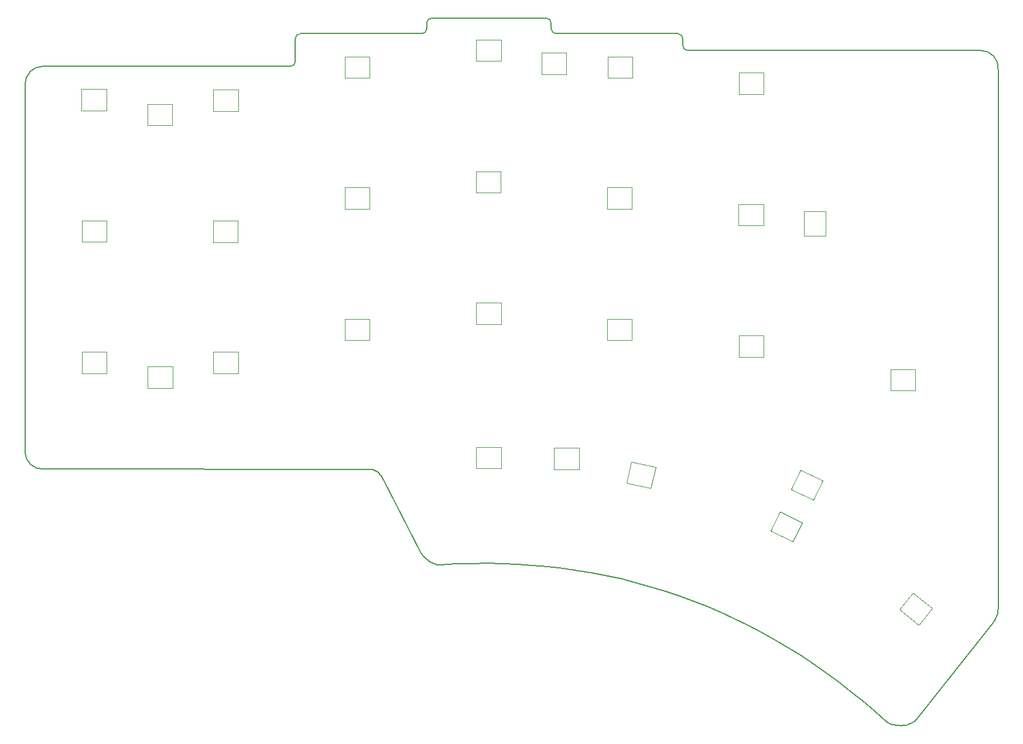
<source format=gm1>
G04 #@! TF.GenerationSoftware,KiCad,Pcbnew,7.0.8*
G04 #@! TF.CreationDate,2023-11-01T04:13:04+08:00*
G04 #@! TF.ProjectId,owl,6f776c2e-6b69-4636-9164-5f7063625858,rev?*
G04 #@! TF.SameCoordinates,Original*
G04 #@! TF.FileFunction,Profile,NP*
%FSLAX46Y46*%
G04 Gerber Fmt 4.6, Leading zero omitted, Abs format (unit mm)*
G04 Created by KiCad (PCBNEW 7.0.8) date 2023-11-01 04:13:04*
%MOMM*%
%LPD*%
G01*
G04 APERTURE LIST*
G04 #@! TA.AperFunction,Profile*
%ADD10C,0.200000*%
G04 #@! TD*
%ADD11C,0.200000*%
G04 #@! TA.AperFunction,Profile*
%ADD12C,0.120000*%
G04 #@! TD*
G04 APERTURE END LIST*
D10*
X77074850Y-57775222D02*
X112886402Y-57775222D01*
X114311250Y-53050822D02*
X131860202Y-53050822D01*
X74509450Y-113628598D02*
X74509450Y-60340622D01*
D11*
X124036910Y-116044138D02*
X124245926Y-116046252D01*
X124446124Y-116063909D01*
X124729888Y-116118068D01*
X124993814Y-116203422D01*
X125237903Y-116317706D01*
X125462159Y-116458655D01*
X125666582Y-116624005D01*
X125851174Y-116811491D01*
X126015938Y-117018847D01*
X126160874Y-117243810D01*
X126285986Y-117484114D01*
X126323285Y-117567234D01*
D10*
X133285050Y-50808926D02*
G75*
G03*
X132572626Y-51521358I50J-712474D01*
G01*
X215213091Y-58261195D02*
G75*
G03*
X212688814Y-55478956I-2516791J252795D01*
G01*
X131860202Y-53050826D02*
G75*
G03*
X132572626Y-52338398I-2J712426D01*
G01*
X151293650Y-53048374D02*
X168893402Y-53048374D01*
X112886402Y-57775226D02*
G75*
G03*
X113598826Y-57062798I-2J712426D01*
G01*
X170318250Y-55478956D02*
X212688814Y-55478956D01*
X150581226Y-51521358D02*
X150581226Y-52335950D01*
X169605826Y-53760798D02*
G75*
G03*
X168893402Y-53048374I-712326J98D01*
G01*
X214461285Y-138268234D02*
X203503725Y-152151874D01*
X124036910Y-116044138D02*
X77135906Y-116023793D01*
D11*
X199070000Y-152570000D02*
X199287655Y-152720015D01*
X199477480Y-152817643D01*
X199686233Y-152902344D01*
X199910442Y-152973965D01*
X200146635Y-153032352D01*
X200391338Y-153077353D01*
X200641080Y-153108815D01*
X200892388Y-153126585D01*
X201141791Y-153130510D01*
X201385815Y-153120436D01*
X201465361Y-153113942D01*
D10*
X113598826Y-57062798D02*
X113598826Y-53763246D01*
D11*
X199070000Y-152570000D02*
X197357310Y-151040564D01*
X195621790Y-149563046D01*
X193863766Y-148137545D01*
X192083564Y-146764161D01*
X190281512Y-145442994D01*
X188457935Y-144174144D01*
X186613162Y-142957712D01*
X184747519Y-141793796D01*
X182861332Y-140682496D01*
X180954928Y-139623913D01*
X179028635Y-138618147D01*
X177082778Y-137665297D01*
X175117685Y-136765464D01*
X173133682Y-135918746D01*
X171131097Y-135125245D01*
X169110255Y-134385060D01*
X167071484Y-133698291D01*
X165015110Y-133065037D01*
X162941461Y-132485399D01*
X160850863Y-131959477D01*
X158743642Y-131487370D01*
X156620126Y-131069179D01*
X154480641Y-130705003D01*
X152325514Y-130394942D01*
X150155072Y-130139097D01*
X147969642Y-129937566D01*
X145769550Y-129790450D01*
X143555124Y-129697849D01*
X141326689Y-129659863D01*
X139084573Y-129676591D01*
X136829102Y-129748134D01*
X134560604Y-129874592D01*
D10*
X169605826Y-53760798D02*
X169605826Y-54766532D01*
X150581226Y-52335950D02*
G75*
G03*
X151293650Y-53048374I712474J50D01*
G01*
D11*
X201465361Y-153113942D02*
X201696712Y-153086269D01*
X201917266Y-153046708D01*
X202127878Y-152994896D01*
X202329402Y-152930471D01*
X202522693Y-152853069D01*
X202708604Y-152762330D01*
X202887991Y-152657890D01*
X203061707Y-152539388D01*
X203230607Y-152406460D01*
X203395545Y-152258745D01*
X203503725Y-152151874D01*
D10*
X215213125Y-88384798D02*
X215213125Y-58261198D01*
X126323285Y-117567234D02*
X131657285Y-127981234D01*
X215213125Y-136056798D02*
X215213125Y-88384798D01*
X169605844Y-54766532D02*
G75*
G03*
X170318250Y-55478956I712456J32D01*
G01*
X74509507Y-113628595D02*
G75*
G03*
X77135906Y-116023793I2510793J115595D01*
G01*
X132572626Y-52338398D02*
X132572626Y-51521358D01*
D11*
X131654875Y-127983644D02*
X131768875Y-128155071D01*
X131894790Y-128328211D01*
X132031998Y-128501176D01*
X132179878Y-128672077D01*
X132337808Y-128839026D01*
X132505167Y-129000135D01*
X132681333Y-129153515D01*
X132865684Y-129297279D01*
X133057600Y-129429537D01*
X133256459Y-129548403D01*
X133461638Y-129651986D01*
X133672518Y-129738400D01*
X133888476Y-129805756D01*
X134108890Y-129852165D01*
X134333140Y-129875740D01*
X134560604Y-129874592D01*
D10*
X77074850Y-57775250D02*
G75*
G03*
X74509450Y-60340622I-50J-2565350D01*
G01*
D11*
X214461285Y-138268234D02*
X214594431Y-138089202D01*
X214714510Y-137902356D01*
X214821556Y-137708437D01*
X214915606Y-137508185D01*
X214996695Y-137302341D01*
X215064859Y-137091648D01*
X215120135Y-136876845D01*
X215162558Y-136658674D01*
X215192164Y-136437876D01*
X215208990Y-136215191D01*
X215213125Y-136066054D01*
D10*
X133285050Y-50808934D02*
X149868802Y-50808934D01*
X150581166Y-51521358D02*
G75*
G03*
X149868802Y-50808934I-712566J-142D01*
G01*
X114311250Y-53050826D02*
G75*
G03*
X113598826Y-53763246I-50J-712374D01*
G01*
D12*
X183668846Y-122176201D02*
X186904505Y-123754337D01*
X182309895Y-124962463D02*
X183668846Y-122176201D01*
X186904505Y-123754337D02*
X185545554Y-126540599D01*
X185545554Y-126540599D02*
X182309895Y-124962463D01*
X139678000Y-72973600D02*
X143278000Y-72973600D01*
X139678000Y-76073600D02*
X139678000Y-72973600D01*
X143278000Y-72973600D02*
X143278000Y-76073600D01*
X143278000Y-76073600D02*
X139678000Y-76073600D01*
X124329600Y-97409600D02*
X120729600Y-97409600D01*
X124329600Y-94309600D02*
X124329600Y-97409600D01*
X120729600Y-97409600D02*
X120729600Y-94309600D01*
X120729600Y-94309600D02*
X124329600Y-94309600D01*
X86280400Y-64186400D02*
X82680400Y-64186400D01*
X86280400Y-61086400D02*
X86280400Y-64186400D01*
X82680400Y-64186400D02*
X82680400Y-61086400D01*
X82680400Y-61086400D02*
X86280400Y-61086400D01*
X187172000Y-82318000D02*
X187172000Y-78718000D01*
X190272000Y-82318000D02*
X187172000Y-82318000D01*
X187172000Y-78718000D02*
X190272000Y-78718000D01*
X190272000Y-78718000D02*
X190272000Y-82318000D01*
X181327200Y-61798800D02*
X177727200Y-61798800D01*
X181327200Y-58698800D02*
X181327200Y-61798800D01*
X177727200Y-61798800D02*
X177727200Y-58698800D01*
X177727200Y-58698800D02*
X181327200Y-58698800D01*
X188488354Y-120507199D02*
X185252695Y-118929063D01*
X189847305Y-117720937D02*
X188488354Y-120507199D01*
X185252695Y-118929063D02*
X186611646Y-116142801D01*
X186611646Y-116142801D02*
X189847305Y-117720937D01*
X124329600Y-59462000D02*
X120729600Y-59462000D01*
X124329600Y-56362000D02*
X124329600Y-59462000D01*
X120729600Y-59462000D02*
X120729600Y-56362000D01*
X120729600Y-56362000D02*
X124329600Y-56362000D01*
X105330400Y-64237200D02*
X101730400Y-64237200D01*
X105330400Y-61137200D02*
X105330400Y-64237200D01*
X101730400Y-64237200D02*
X101730400Y-61137200D01*
X101730400Y-61137200D02*
X105330400Y-61137200D01*
X162170808Y-114975615D02*
X165678540Y-115785438D01*
X161473460Y-117996162D02*
X162170808Y-114975615D01*
X165678540Y-115785438D02*
X164981192Y-118805985D01*
X164981192Y-118805985D02*
X161473460Y-117996162D01*
X101686400Y-80096800D02*
X105286400Y-80096800D01*
X101686400Y-83196800D02*
X101686400Y-80096800D01*
X105286400Y-80096800D02*
X105286400Y-83196800D01*
X105286400Y-83196800D02*
X101686400Y-83196800D01*
X149200000Y-55825000D02*
X152800000Y-55825000D01*
X149200000Y-58925000D02*
X149200000Y-55825000D01*
X152800000Y-55825000D02*
X152800000Y-58925000D01*
X152800000Y-58925000D02*
X149200000Y-58925000D01*
X120729600Y-75310400D02*
X124329600Y-75310400D01*
X120729600Y-78410400D02*
X120729600Y-75310400D01*
X124329600Y-75310400D02*
X124329600Y-78410400D01*
X124329600Y-78410400D02*
X120729600Y-78410400D01*
X143328800Y-95072800D02*
X139728800Y-95072800D01*
X143328800Y-91972800D02*
X143328800Y-95072800D01*
X139728800Y-95072800D02*
X139728800Y-91972800D01*
X139728800Y-91972800D02*
X143328800Y-91972800D01*
X143328800Y-57023600D02*
X139728800Y-57023600D01*
X143328800Y-53923600D02*
X143328800Y-57023600D01*
X139728800Y-57023600D02*
X139728800Y-53923600D01*
X139728800Y-53923600D02*
X143328800Y-53923600D01*
X158677200Y-75310400D02*
X162277200Y-75310400D01*
X158677200Y-78410400D02*
X158677200Y-75310400D01*
X162277200Y-75310400D02*
X162277200Y-78410400D01*
X162277200Y-78410400D02*
X158677200Y-78410400D01*
X203222000Y-104674000D02*
X199622000Y-104674000D01*
X203222000Y-101574000D02*
X203222000Y-104674000D01*
X199622000Y-104674000D02*
X199622000Y-101574000D01*
X199622000Y-101574000D02*
X203222000Y-101574000D01*
X162328000Y-59462000D02*
X158728000Y-59462000D01*
X162328000Y-56362000D02*
X162328000Y-59462000D01*
X158728000Y-59462000D02*
X158728000Y-56362000D01*
X158728000Y-56362000D02*
X162328000Y-56362000D01*
X92200000Y-63225000D02*
X95800000Y-63225000D01*
X92200000Y-66325000D02*
X92200000Y-63225000D01*
X95800000Y-63225000D02*
X95800000Y-66325000D01*
X95800000Y-66325000D02*
X92200000Y-66325000D01*
X154600000Y-116075000D02*
X151000000Y-116075000D01*
X154600000Y-112975000D02*
X154600000Y-116075000D01*
X151000000Y-116075000D02*
X151000000Y-112975000D01*
X151000000Y-112975000D02*
X154600000Y-112975000D01*
X181327200Y-99797200D02*
X177727200Y-99797200D01*
X181327200Y-96697200D02*
X181327200Y-99797200D01*
X177727200Y-99797200D02*
X177727200Y-96697200D01*
X177727200Y-96697200D02*
X181327200Y-96697200D01*
X202878184Y-133908247D02*
X205675909Y-136173800D01*
X200927291Y-136317400D02*
X202878184Y-133908247D01*
X205675909Y-136173800D02*
X203725016Y-138582953D01*
X203725016Y-138582953D02*
X200927291Y-136317400D01*
X139728800Y-112851600D02*
X143328800Y-112851600D01*
X139728800Y-115951600D02*
X139728800Y-112851600D01*
X143328800Y-112851600D02*
X143328800Y-115951600D01*
X143328800Y-115951600D02*
X139728800Y-115951600D01*
X82731200Y-80085600D02*
X86331200Y-80085600D01*
X82731200Y-83185600D02*
X82731200Y-80085600D01*
X86331200Y-80085600D02*
X86331200Y-83185600D01*
X86331200Y-83185600D02*
X82731200Y-83185600D01*
X162277200Y-97409600D02*
X158677200Y-97409600D01*
X162277200Y-94309600D02*
X162277200Y-97409600D01*
X158677200Y-97409600D02*
X158677200Y-94309600D01*
X158677200Y-94309600D02*
X162277200Y-94309600D01*
X105330400Y-102184800D02*
X101730400Y-102184800D01*
X105330400Y-99084800D02*
X105330400Y-102184800D01*
X101730400Y-102184800D02*
X101730400Y-99084800D01*
X101730400Y-99084800D02*
X105330400Y-99084800D01*
X86331200Y-102184800D02*
X82731200Y-102184800D01*
X86331200Y-99084800D02*
X86331200Y-102184800D01*
X82731200Y-102184800D02*
X82731200Y-99084800D01*
X82731200Y-99084800D02*
X86331200Y-99084800D01*
X92250000Y-101225000D02*
X95850000Y-101225000D01*
X92250000Y-104325000D02*
X92250000Y-101225000D01*
X95850000Y-101225000D02*
X95850000Y-104325000D01*
X95850000Y-104325000D02*
X92250000Y-104325000D01*
X177676400Y-77698000D02*
X181276400Y-77698000D01*
X177676400Y-80798000D02*
X177676400Y-77698000D01*
X181276400Y-77698000D02*
X181276400Y-80798000D01*
X181276400Y-80798000D02*
X177676400Y-80798000D01*
M02*

</source>
